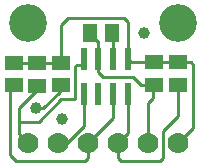
<source format=gbr>
G04 EAGLE Gerber RS-274X export*
G75*
%MOMM*%
%FSLAX34Y34*%
%LPD*%
%INTop Copper*%
%IPPOS*%
%AMOC8*
5,1,8,0,0,1.08239X$1,22.5*%
G01*
%ADD10R,0.600000X1.900000*%
%ADD11R,1.500000X1.300000*%
%ADD12C,1.778000*%
%ADD13C,1.000000*%
%ADD14C,3.200000*%
%ADD15R,1.300000X1.500000*%
%ADD16C,0.254000*%
%ADD17C,0.406400*%
%ADD18C,1.008000*%


D10*
X109650Y96280D03*
X97150Y96280D03*
X84650Y96280D03*
X72150Y96280D03*
X72150Y66280D03*
X84650Y66280D03*
X97150Y66280D03*
X109650Y66280D03*
D11*
X152400Y74320D03*
X152400Y93320D03*
X12860Y73860D03*
X12860Y92860D03*
D12*
X152400Y25400D03*
X127000Y25400D03*
X101600Y25400D03*
X76200Y25400D03*
X50800Y25400D03*
X25400Y25400D03*
D13*
X122920Y117840D03*
D14*
X25400Y127000D03*
X152400Y127000D03*
D15*
X96320Y117760D03*
X77320Y117760D03*
D11*
X132000Y93320D03*
X132000Y74320D03*
X52720Y73860D03*
X52720Y92860D03*
X33000Y73500D03*
X33000Y92500D03*
D13*
X54000Y45000D03*
D16*
X88900Y81280D02*
X84650Y85530D01*
X88900Y81280D02*
X113720Y81280D01*
X121000Y74000D01*
X131680Y74000D01*
X132000Y74320D01*
X127000Y59000D02*
X127000Y25400D01*
X127000Y59000D02*
X131000Y63000D01*
X131000Y73320D01*
X132000Y74320D01*
X84650Y96280D02*
X84650Y110430D01*
X77320Y117760D01*
X84650Y96280D02*
X84650Y85530D01*
X152400Y93320D02*
X163220Y93320D01*
X165100Y91440D01*
X165100Y38100D01*
X152400Y25400D01*
X152400Y93320D02*
X132000Y93320D01*
X109650Y96280D02*
X109650Y127350D01*
X106000Y131000D01*
X59000Y131000D01*
X53000Y125000D01*
X53000Y96140D01*
X52720Y92860D02*
X33360Y92860D01*
X33000Y92500D01*
X13220Y92500D01*
X12860Y92860D01*
X109650Y96280D02*
X112610Y93320D01*
X132000Y93320D01*
X53000Y96140D02*
X52720Y95860D01*
X52720Y92860D01*
X107650Y31450D02*
X101600Y25400D01*
X152400Y48260D02*
X152400Y74320D01*
X152400Y48260D02*
X139700Y35560D01*
X139700Y12700D01*
X137160Y10160D01*
X104140Y10160D01*
X101600Y12700D01*
X101600Y25400D01*
X109650Y33450D02*
X109650Y66280D01*
X109650Y33450D02*
X107650Y31450D01*
X97150Y46350D02*
X76200Y25400D01*
X76200Y12700D01*
X73660Y10160D01*
X15240Y10160D01*
X10160Y15240D01*
X10160Y71160D01*
X97150Y66280D02*
X97150Y46350D01*
D17*
X12700Y74160D02*
X10160Y74160D01*
X12700Y74160D02*
X12700Y73660D01*
D16*
X12860Y71160D02*
X10160Y71160D01*
X12860Y71160D02*
X12860Y73860D01*
X12700Y73860D01*
X12700Y73660D01*
D18*
X31560Y54420D03*
D16*
X72150Y66280D02*
X72150Y39450D01*
X37910Y54420D02*
X31560Y54420D01*
X52070Y68580D02*
X52070Y73210D01*
X52720Y73860D01*
X72150Y39450D02*
X58100Y25400D01*
X50800Y25400D01*
X37910Y54420D02*
X52070Y68580D01*
X66440Y91440D02*
X69990Y91440D01*
X66440Y91440D02*
X65000Y90000D01*
X65000Y62000D01*
X53000Y62000D01*
X34180Y43180D01*
X33000Y72000D02*
X33000Y73500D01*
X69990Y91440D02*
X72150Y93600D01*
X72150Y96280D01*
X17780Y33020D02*
X25400Y25400D01*
X17780Y33020D02*
X17780Y43180D01*
X17780Y54610D01*
X33000Y69830D01*
X33000Y73500D01*
X34180Y43180D02*
X17780Y43180D01*
X97150Y96280D02*
X97150Y116930D01*
X96320Y117760D01*
M02*

</source>
